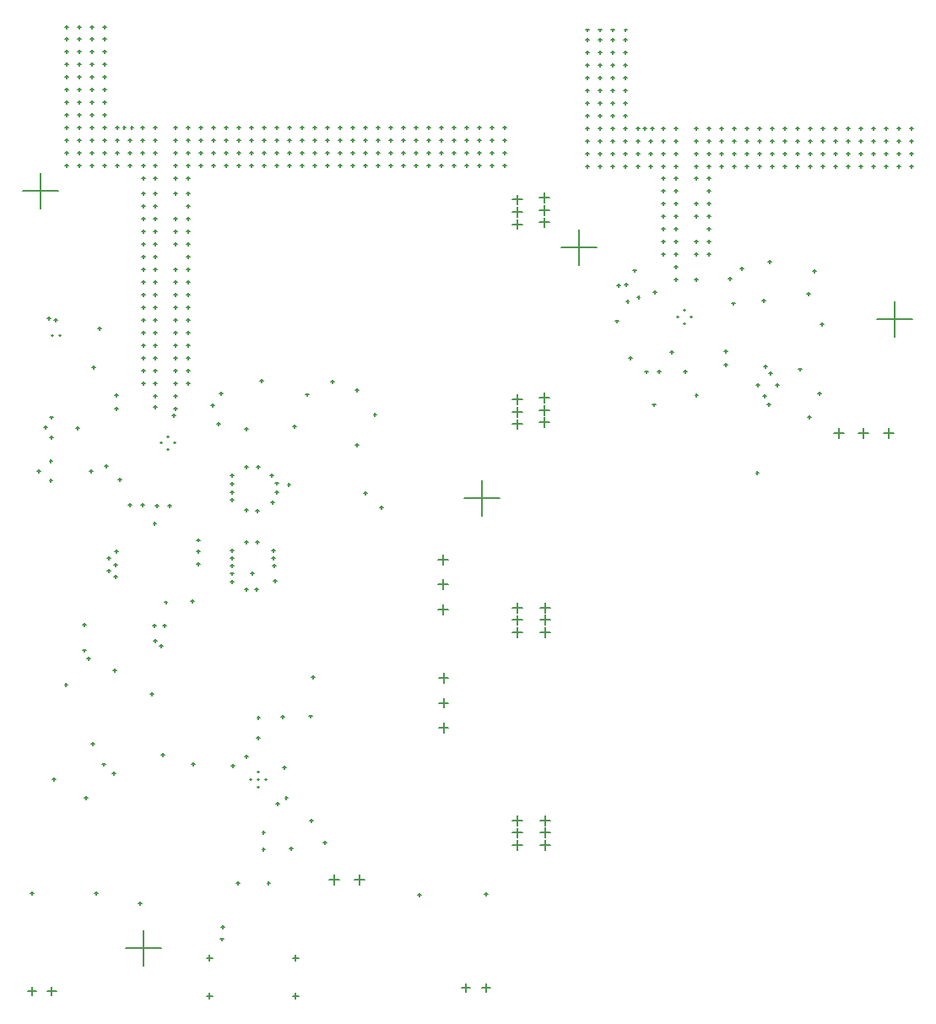
<source format=gbr>
G04*
G04 #@! TF.GenerationSoftware,Altium Limited,Altium Designer,24.10.1 (45)*
G04*
G04 Layer_Color=128*
%FSLAX44Y44*%
%MOMM*%
G71*
G04*
G04 #@! TF.SameCoordinates,58AE560C-37F5-4C9B-8F18-908462E99DB1*
G04*
G04*
G04 #@! TF.FilePolarity,Positive*
G04*
G01*
G75*
%ADD19C,0.1270*%
D19*
X20574Y842772D02*
X56134D01*
X38354Y824992D02*
Y860552D01*
X560578Y786384D02*
X596138D01*
X578358Y768604D02*
Y804164D01*
X877316Y714248D02*
X912876D01*
X895096Y696468D02*
Y732028D01*
X460680Y43600D02*
X469280D01*
X464980Y39300D02*
Y47900D01*
X480680Y43600D02*
X489280D01*
X484980Y39300D02*
Y47900D01*
X883854Y599694D02*
X893854D01*
X888854Y594694D02*
Y604694D01*
X858854Y599694D02*
X868854D01*
X863854Y594694D02*
Y604694D01*
X833854Y599694D02*
X843854D01*
X838854Y594694D02*
Y604694D01*
X538564Y610434D02*
X548564D01*
X543564Y605434D02*
Y615434D01*
X538564Y622880D02*
X548564D01*
X543564Y617880D02*
Y627880D01*
X538564Y635072D02*
X548564D01*
X543564Y630072D02*
Y640072D01*
X538814Y823468D02*
X548814D01*
X543814Y818468D02*
Y828468D01*
X538814Y835660D02*
X548814D01*
X543814Y830660D02*
Y840660D01*
X538814Y811022D02*
X548814D01*
X543814Y806022D02*
Y816022D01*
X204752Y73180D02*
X210752D01*
X207752Y70180D02*
Y76180D01*
X204752Y35180D02*
X210752D01*
X207752Y32180D02*
Y38180D01*
X291152Y35180D02*
X297152D01*
X294152Y32180D02*
Y38180D01*
X291152Y73180D02*
X297152D01*
X294152Y70180D02*
Y76180D01*
X511890Y211074D02*
X521890D01*
X516890Y206074D02*
Y216074D01*
X511890Y198882D02*
X521890D01*
X516890Y193882D02*
Y203882D01*
X511890Y186436D02*
X521890D01*
X516890Y181436D02*
Y191436D01*
X539830Y186690D02*
X549830D01*
X544830Y181690D02*
Y191690D01*
X539830Y199136D02*
X549830D01*
X544830Y194136D02*
Y204136D01*
X539830Y211328D02*
X549830D01*
X544830Y206328D02*
Y216328D01*
X511890Y424434D02*
X521890D01*
X516890Y419434D02*
Y429434D01*
X511890Y412242D02*
X521890D01*
X516890Y407242D02*
Y417242D01*
X511890Y399796D02*
X521890D01*
X516890Y394796D02*
Y404796D01*
X539830Y400050D02*
X549830D01*
X544830Y395050D02*
Y405050D01*
X539830Y412496D02*
X549830D01*
X544830Y407496D02*
Y417496D01*
X539830Y424688D02*
X549830D01*
X544830Y419688D02*
Y429688D01*
X511640Y633294D02*
X521640D01*
X516640Y628294D02*
Y638294D01*
X511640Y621102D02*
X521640D01*
X516640Y616102D02*
Y626102D01*
X511640Y608656D02*
X521640D01*
X516640Y603656D02*
Y613656D01*
X511890Y809244D02*
X521890D01*
X516890Y804244D02*
Y814244D01*
X511890Y821690D02*
X521890D01*
X516890Y816690D02*
Y826690D01*
X511890Y833882D02*
X521890D01*
X516890Y828882D02*
Y838882D01*
X463296Y534416D02*
X498856D01*
X481076Y516636D02*
Y552196D01*
X353040Y152146D02*
X363240D01*
X358140Y147046D02*
Y157246D01*
X327640Y152146D02*
X337840D01*
X332740Y147046D02*
Y157246D01*
X123698Y83566D02*
X159258D01*
X141478Y65786D02*
Y101346D01*
X437552Y354184D02*
X447552D01*
X442552Y349184D02*
Y359184D01*
X437552Y329184D02*
X447552D01*
X442552Y324184D02*
Y334184D01*
X437552Y304184D02*
X447552D01*
X442552Y299184D02*
Y309184D01*
X437044Y473056D02*
X447044D01*
X442044Y468056D02*
Y478056D01*
X437044Y448056D02*
X447044D01*
X442044Y443056D02*
Y453056D01*
X437044Y423056D02*
X447044D01*
X442044Y418056D02*
Y428056D01*
X25324Y40298D02*
X33924D01*
X29624Y35998D02*
Y44598D01*
X45324Y40298D02*
X53924D01*
X49624Y35998D02*
Y44598D01*
X218821Y92202D02*
X222123D01*
X220472Y90551D02*
Y93853D01*
X219583Y104140D02*
X222885D01*
X221234Y102489D02*
Y105791D01*
X51943Y713486D02*
X55245D01*
X53594Y711835D02*
Y715137D01*
X45339Y715010D02*
X48641D01*
X46990Y713359D02*
Y716661D01*
X49034Y698144D02*
X50534D01*
X49784Y697394D02*
Y698894D01*
X56654Y698144D02*
X58154D01*
X57404Y697394D02*
Y698894D01*
X255308Y294386D02*
X258610D01*
X256959Y292735D02*
Y296037D01*
X624459Y748792D02*
X627761D01*
X626110Y747141D02*
Y750443D01*
X636449Y736397D02*
X639751D01*
X638100Y734746D02*
Y738048D01*
X616331Y747776D02*
X619633D01*
X617982Y746125D02*
Y749427D01*
X35179Y561594D02*
X38481D01*
X36830Y559943D02*
Y563245D01*
X87249Y561340D02*
X90551D01*
X88900Y559689D02*
Y562991D01*
X152019Y625983D02*
X155321D01*
X153670Y624332D02*
Y627634D01*
X652653Y741426D02*
X655955D01*
X654304Y739775D02*
Y743077D01*
X625424Y731976D02*
X628726D01*
X627075Y730325D02*
Y733627D01*
X762127Y732790D02*
X765429D01*
X763778Y731139D02*
Y734441D01*
X731901Y729742D02*
X735203D01*
X733552Y728091D02*
Y731393D01*
X728091Y754634D02*
X731393D01*
X729742Y752983D02*
Y756285D01*
X170351Y617528D02*
X173653D01*
X172002Y615877D02*
Y619179D01*
X281176Y264289D02*
X284478D01*
X282827Y262638D02*
Y265940D01*
X110109Y258318D02*
X113411D01*
X111760Y256667D02*
Y259969D01*
X243459Y522478D02*
X246761D01*
X245110Y520827D02*
Y524129D01*
X243332Y490474D02*
X246634D01*
X244983Y488823D02*
Y492125D01*
X243459Y565912D02*
X246761D01*
X245110Y564261D02*
Y567563D01*
X254381Y490728D02*
X257683D01*
X256032Y489077D02*
Y492379D01*
X254381Y522224D02*
X257683D01*
X256032Y520573D02*
Y523875D01*
X249301Y458978D02*
X252603D01*
X250952Y457327D02*
Y460629D01*
X253238Y443103D02*
X256540D01*
X254889Y441452D02*
Y444754D01*
X151511Y391795D02*
X154813D01*
X153162Y390144D02*
Y393446D01*
X229108Y549149D02*
X232410D01*
X230759Y547498D02*
Y550800D01*
X229108Y474557D02*
X232410D01*
X230759Y472906D02*
Y476208D01*
X229108Y532562D02*
X232410D01*
X230759Y530911D02*
Y534213D01*
X229108Y466683D02*
X232410D01*
X230759Y465032D02*
Y468334D01*
X229108Y450729D02*
X232410D01*
X230759Y449078D02*
Y452380D01*
X229108Y557328D02*
X232410D01*
X230759Y555677D02*
Y558979D01*
X229108Y458809D02*
X232410D01*
X230759Y457158D02*
Y460460D01*
X229108Y482431D02*
X232410D01*
X230759Y480780D02*
Y484082D01*
X229108Y540512D02*
X232410D01*
X230759Y538861D02*
Y542163D01*
X189230Y431038D02*
X192278D01*
X190754Y429514D02*
Y432562D01*
X273990Y540817D02*
X277292D01*
X275641Y539166D02*
Y542468D01*
X269062Y530300D02*
X272363D01*
X270713Y528649D02*
Y531951D01*
X285877Y548386D02*
X289179D01*
X287528Y546735D02*
Y550037D01*
X255143Y565912D02*
X258445D01*
X256794Y564261D02*
Y567563D01*
X273939Y549402D02*
X277241D01*
X275590Y547751D02*
Y551053D01*
X270077Y474430D02*
X273379D01*
X271728Y472779D02*
Y476081D01*
X270576Y482340D02*
X273878D01*
X272227Y480689D02*
Y483991D01*
X270891Y466598D02*
X274193D01*
X272542Y464947D02*
Y468249D01*
X271653Y451866D02*
X274955D01*
X273304Y450215D02*
Y453517D01*
X268478Y557276D02*
X271780D01*
X270129Y555625D02*
Y558927D01*
X243459Y604126D02*
X246761D01*
X245110Y602475D02*
Y605777D01*
X243459Y443484D02*
X246761D01*
X245110Y441833D02*
Y445135D01*
X139903Y789432D02*
X143205D01*
X141554Y787781D02*
Y791083D01*
X152019Y776732D02*
X155321D01*
X153670Y775081D02*
Y778383D01*
X657479Y661416D02*
X660781D01*
X659130Y659765D02*
Y663067D01*
X644271Y661162D02*
X647573D01*
X645922Y659511D02*
Y662813D01*
X258445Y652018D02*
X261747D01*
X260096Y650367D02*
Y653669D01*
X329565Y651510D02*
X332867D01*
X331216Y649859D02*
Y653161D01*
X353695Y642620D02*
X356997D01*
X355346Y640969D02*
Y644271D01*
X304165Y638302D02*
X307467D01*
X305816Y636651D02*
Y639953D01*
X652145Y628142D02*
X655447D01*
X653796Y626491D02*
Y629793D01*
X372237Y618744D02*
X375539D01*
X373888Y617093D02*
Y620395D01*
X291719Y606806D02*
X295021D01*
X293370Y605155D02*
Y608457D01*
X353949Y588264D02*
X357251D01*
X355600Y586613D02*
Y589915D01*
X378333Y525526D02*
X381635D01*
X379984Y523875D02*
Y527177D01*
X483489Y137414D02*
X486791D01*
X485140Y135763D02*
Y139065D01*
X310261Y355092D02*
X313563D01*
X311912Y353441D02*
Y356743D01*
X279527Y315214D02*
X282829D01*
X281178Y313563D02*
Y316865D01*
X255397Y314452D02*
X258699D01*
X257048Y312801D02*
Y316103D01*
X307975Y211328D02*
X311277D01*
X309626Y209677D02*
Y212979D01*
X260477Y199644D02*
X263779D01*
X262128Y197993D02*
Y201295D01*
X321945Y189484D02*
X325247D01*
X323596Y187833D02*
Y191135D01*
X288163Y183134D02*
X291465D01*
X289814Y181483D02*
Y184785D01*
X260477Y182118D02*
X263779D01*
X262128Y180467D02*
Y183769D01*
X283337Y233934D02*
X286639D01*
X284988Y232283D02*
Y235585D01*
X274447Y228346D02*
X277749D01*
X276098Y226695D02*
Y229997D01*
X185039Y776732D02*
X188341D01*
X186690Y775081D02*
Y778383D01*
X172339Y764032D02*
X175641D01*
X173990Y762381D02*
Y765683D01*
X185039Y764032D02*
X188341D01*
X186690Y762381D02*
Y765683D01*
X185039Y751332D02*
X188341D01*
X186690Y749681D02*
Y752983D01*
X172339Y751332D02*
X175641D01*
X173990Y749681D02*
Y752983D01*
X172339Y738632D02*
X175641D01*
X173990Y736981D02*
Y740283D01*
X185039Y738632D02*
X188341D01*
X186690Y736981D02*
Y740283D01*
X185039Y725932D02*
X188341D01*
X186690Y724281D02*
Y727583D01*
X172339Y725932D02*
X175641D01*
X173990Y724281D02*
Y727583D01*
X172339Y713232D02*
X175641D01*
X173990Y711581D02*
Y714883D01*
X185039Y713232D02*
X188341D01*
X186690Y711581D02*
Y714883D01*
X185039Y700532D02*
X188341D01*
X186690Y698881D02*
Y702183D01*
X172339Y700532D02*
X175641D01*
X173990Y698881D02*
Y702183D01*
X152019Y700532D02*
X155321D01*
X153670Y698881D02*
Y702183D01*
X185039Y687832D02*
X188341D01*
X186690Y686181D02*
Y689483D01*
X172339Y687832D02*
X175641D01*
X173990Y686181D02*
Y689483D01*
X172339Y675132D02*
X175641D01*
X173990Y673481D02*
Y676783D01*
X185039Y662432D02*
X188341D01*
X186690Y660781D02*
Y664083D01*
X172339Y662432D02*
X175641D01*
X173990Y660781D02*
Y664083D01*
X152019Y662432D02*
X155321D01*
X153670Y660781D02*
Y664083D01*
X172339Y649732D02*
X175641D01*
X173990Y648081D02*
Y651383D01*
X217551Y639318D02*
X220853D01*
X219202Y637667D02*
Y640969D01*
X172339Y637032D02*
X175641D01*
X173990Y635381D02*
Y638683D01*
X209423Y627634D02*
X212725D01*
X211074Y625983D02*
Y629285D01*
X215519Y608838D02*
X218821D01*
X217170Y607187D02*
Y610489D01*
X185039Y675132D02*
X188341D01*
X186690Y673481D02*
Y676783D01*
X139903Y776732D02*
X143205D01*
X141554Y775081D02*
Y778383D01*
X152019Y764032D02*
X155321D01*
X153670Y762381D02*
Y765683D01*
X139903Y764032D02*
X143205D01*
X141554Y762381D02*
Y765683D01*
X152019Y751332D02*
X155321D01*
X153670Y749681D02*
Y752983D01*
X139903Y751332D02*
X143205D01*
X141554Y749681D02*
Y752983D01*
X152019Y738632D02*
X155321D01*
X153670Y736981D02*
Y740283D01*
X139903Y738632D02*
X143205D01*
X141554Y736981D02*
Y740283D01*
X152019Y725932D02*
X155321D01*
X153670Y724281D02*
Y727583D01*
X139903Y725932D02*
X143205D01*
X141554Y724281D02*
Y727583D01*
X139903Y713232D02*
X143205D01*
X141554Y711581D02*
Y714883D01*
X95885Y704850D02*
X99187D01*
X97536Y703199D02*
Y706501D01*
X139903Y700532D02*
X143205D01*
X141554Y698881D02*
Y702183D01*
X152019Y713232D02*
X155321D01*
X153670Y711581D02*
Y714883D01*
X152019Y687832D02*
X155321D01*
X153670Y686181D02*
Y689483D01*
X139903Y687832D02*
X143205D01*
X141554Y686181D02*
Y689483D01*
X152019Y675132D02*
X155321D01*
X153670Y673481D02*
Y676783D01*
X139903Y675132D02*
X143205D01*
X141554Y673481D02*
Y676783D01*
X90043Y665480D02*
X93345D01*
X91694Y663829D02*
Y667131D01*
X139903Y662432D02*
X143205D01*
X141554Y660781D02*
Y664083D01*
X152019Y649732D02*
X155321D01*
X153670Y648081D02*
Y651383D01*
X112649Y637540D02*
X115951D01*
X114300Y635889D02*
Y639191D01*
X152019Y637032D02*
X155321D01*
X153670Y635381D02*
Y638683D01*
X112395Y624332D02*
X115697D01*
X114046Y622681D02*
Y625983D01*
X41275Y605536D02*
X44577D01*
X42926Y603885D02*
Y607187D01*
X73787Y604591D02*
X77089D01*
X75438Y602940D02*
Y606242D01*
X153543Y526796D02*
X156845D01*
X155194Y525145D02*
Y528447D01*
X166243Y526796D02*
X169545D01*
X167894Y525145D02*
Y528447D01*
X160655Y406654D02*
X163957D01*
X162306Y405003D02*
Y408305D01*
X157861Y386334D02*
X161163D01*
X159512Y384683D02*
Y387985D01*
X159639Y277114D02*
X162941D01*
X161290Y275463D02*
Y278765D01*
X242951Y275844D02*
X246253D01*
X244602Y274193D02*
Y277495D01*
X189865Y267970D02*
X193167D01*
X191516Y266319D02*
Y269621D01*
X229743Y266192D02*
X233045D01*
X231394Y264541D02*
Y267843D01*
X234569Y148590D02*
X237871D01*
X236220Y146939D02*
Y150241D01*
X111379Y361696D02*
X114681D01*
X113030Y360045D02*
Y363347D01*
X62357Y347218D02*
X65659D01*
X64008Y345567D02*
Y348869D01*
X148209Y337820D02*
X151511D01*
X149860Y336169D02*
Y339471D01*
X88773Y288544D02*
X92075D01*
X90424Y286893D02*
Y290195D01*
X99949Y267462D02*
X103251D01*
X101600Y265811D02*
Y269113D01*
X49911Y252984D02*
X53213D01*
X51562Y251333D02*
Y254635D01*
X82169Y233680D02*
X85471D01*
X83820Y232029D02*
Y235331D01*
X92583Y138430D02*
X95885D01*
X94234Y136779D02*
Y140081D01*
X136525Y128524D02*
X139827D01*
X138176Y126873D02*
Y130175D01*
X80645Y381762D02*
X83947D01*
X82296Y380111D02*
Y383413D01*
X84963Y373888D02*
X88265D01*
X86614Y372237D02*
Y375539D01*
X102489Y566674D02*
X105791D01*
X104140Y565023D02*
Y568325D01*
X116389Y553495D02*
X119691D01*
X118040Y551844D02*
Y555146D01*
X126365Y528066D02*
X129667D01*
X128016Y526415D02*
Y529717D01*
X112141Y467614D02*
X115443D01*
X113792Y465963D02*
Y469265D01*
X111633Y455676D02*
X114935D01*
X113284Y454025D02*
Y457327D01*
X80391Y407924D02*
X83693D01*
X82042Y406273D02*
Y409575D01*
X139319Y528066D02*
X142621D01*
X140970Y526415D02*
Y529717D01*
X261239Y893572D02*
X264541D01*
X262890Y891921D02*
Y895223D01*
X248539Y893572D02*
X251841D01*
X250190Y891921D02*
Y895223D01*
X235839Y893572D02*
X239141D01*
X237490Y891921D02*
Y895223D01*
X223139Y893572D02*
X226441D01*
X224790Y891921D02*
Y895223D01*
X210439Y893572D02*
X213741D01*
X212090Y891921D02*
Y895223D01*
X197739Y893572D02*
X201041D01*
X199390Y891921D02*
Y895223D01*
X185039Y893572D02*
X188341D01*
X186690Y891921D02*
Y895223D01*
X172339Y893572D02*
X175641D01*
X173990Y891921D02*
Y895223D01*
X152019Y893572D02*
X155321D01*
X153670Y891921D02*
Y895223D01*
X139319Y893572D02*
X142621D01*
X140970Y891921D02*
Y895223D01*
X126619Y893572D02*
X129921D01*
X128270Y891921D02*
Y895223D01*
X113919Y893572D02*
X117221D01*
X115570Y891921D02*
Y895223D01*
X101219Y893572D02*
X104521D01*
X102870Y891921D02*
Y895223D01*
X88519Y893572D02*
X91821D01*
X90170Y891921D02*
Y895223D01*
X312039Y868172D02*
X315341D01*
X313690Y866521D02*
Y869823D01*
X299339Y893572D02*
X302641D01*
X300990Y891921D02*
Y895223D01*
X299339Y880872D02*
X302641D01*
X300990Y879221D02*
Y882523D01*
X299339Y868172D02*
X302641D01*
X300990Y866521D02*
Y869823D01*
X286639Y880872D02*
X289941D01*
X288290Y879221D02*
Y882523D01*
X286639Y868172D02*
X289941D01*
X288290Y866521D02*
Y869823D01*
X273939Y880872D02*
X277241D01*
X275590Y879221D02*
Y882523D01*
X273939Y868172D02*
X277241D01*
X275590Y866521D02*
Y869823D01*
X261239Y880872D02*
X264541D01*
X262890Y879221D02*
Y882523D01*
X261239Y868172D02*
X264541D01*
X262890Y866521D02*
Y869823D01*
X248539Y880872D02*
X251841D01*
X250190Y879221D02*
Y882523D01*
X248539Y868172D02*
X251841D01*
X250190Y866521D02*
Y869823D01*
X235839Y880872D02*
X239141D01*
X237490Y879221D02*
Y882523D01*
X235839Y868172D02*
X239141D01*
X237490Y866521D02*
Y869823D01*
X223139Y880872D02*
X226441D01*
X224790Y879221D02*
Y882523D01*
X223139Y868172D02*
X226441D01*
X224790Y866521D02*
Y869823D01*
X210439Y880872D02*
X213741D01*
X212090Y879221D02*
Y882523D01*
X210439Y868172D02*
X213741D01*
X212090Y866521D02*
Y869823D01*
X197739Y880872D02*
X201041D01*
X199390Y879221D02*
Y882523D01*
X185039Y880872D02*
X188341D01*
X186690Y879221D02*
Y882523D01*
X172339Y880872D02*
X175641D01*
X173990Y879221D02*
Y882523D01*
X152019Y880872D02*
X155321D01*
X153670Y879221D02*
Y882523D01*
X139319Y880872D02*
X142621D01*
X140970Y879221D02*
Y882523D01*
X126619Y880872D02*
X129921D01*
X128270Y879221D02*
Y882523D01*
X113919Y880872D02*
X117221D01*
X115570Y879221D02*
Y882523D01*
X101219Y880872D02*
X104521D01*
X102870Y879221D02*
Y882523D01*
X88519Y880872D02*
X91821D01*
X90170Y879221D02*
Y882523D01*
X75819Y893572D02*
X79121D01*
X77470Y891921D02*
Y895223D01*
X75819Y880872D02*
X79121D01*
X77470Y879221D02*
Y882523D01*
X75819Y868172D02*
X79121D01*
X77470Y866521D02*
Y869823D01*
X63119Y893572D02*
X66421D01*
X64770Y891921D02*
Y895223D01*
X63119Y880872D02*
X66421D01*
X64770Y879221D02*
Y882523D01*
X197739Y868172D02*
X201041D01*
X199390Y866521D02*
Y869823D01*
X185039Y868172D02*
X188341D01*
X186690Y866521D02*
Y869823D01*
X185039Y855472D02*
X188341D01*
X186690Y853821D02*
Y857123D01*
X185039Y840232D02*
X188341D01*
X186690Y838581D02*
Y841883D01*
X185039Y802132D02*
X188341D01*
X186690Y800481D02*
Y803783D01*
X185039Y814832D02*
X188341D01*
X186690Y813181D02*
Y816483D01*
X185039Y827532D02*
X188341D01*
X186690Y825881D02*
Y829183D01*
X185039Y789432D02*
X188341D01*
X186690Y787781D02*
Y791083D01*
X172339Y868172D02*
X175641D01*
X173990Y866521D02*
Y869823D01*
X172339Y855472D02*
X175641D01*
X173990Y853821D02*
Y857123D01*
X172339Y840232D02*
X175641D01*
X173990Y838581D02*
Y841883D01*
X172339Y814832D02*
X175641D01*
X173990Y813181D02*
Y816483D01*
X172339Y789432D02*
X175641D01*
X173990Y787781D02*
Y791083D01*
X172339Y802132D02*
X175641D01*
X173990Y800481D02*
Y803783D01*
X152019Y868172D02*
X155321D01*
X153670Y866521D02*
Y869823D01*
X152019Y855472D02*
X155321D01*
X153670Y853821D02*
Y857123D01*
X152019Y840232D02*
X155321D01*
X153670Y838581D02*
Y841883D01*
X152019Y827532D02*
X155321D01*
X153670Y825881D02*
Y829183D01*
X152019Y814832D02*
X155321D01*
X153670Y813181D02*
Y816483D01*
X152019Y789432D02*
X155321D01*
X153670Y787781D02*
Y791083D01*
X152019Y802132D02*
X155321D01*
X153670Y800481D02*
Y803783D01*
X139903Y868172D02*
X143205D01*
X141554Y866521D02*
Y869823D01*
X139903Y855472D02*
X143205D01*
X141554Y853821D02*
Y857123D01*
X139903Y840232D02*
X143205D01*
X141554Y838581D02*
Y841883D01*
X139903Y802132D02*
X143205D01*
X141554Y800481D02*
Y803783D01*
X139903Y814832D02*
X143205D01*
X141554Y813181D02*
Y816483D01*
X139903Y827532D02*
X143205D01*
X141554Y825881D02*
Y829183D01*
X126619Y868172D02*
X129921D01*
X128270Y866521D02*
Y869823D01*
X113919Y868172D02*
X117221D01*
X115570Y866521D02*
Y869823D01*
X101219Y868172D02*
X104521D01*
X102870Y866521D02*
Y869823D01*
X88519Y868172D02*
X91821D01*
X90170Y866521D02*
Y869823D01*
X63119Y868172D02*
X66421D01*
X64770Y866521D02*
Y869823D01*
X897763Y892556D02*
X901065D01*
X899414Y890905D02*
Y894207D01*
X910463Y892556D02*
X913765D01*
X912114Y890905D02*
Y894207D01*
X885063Y892556D02*
X888365D01*
X886714Y890905D02*
Y894207D01*
X872363Y892556D02*
X875665D01*
X874014Y890905D02*
Y894207D01*
X859663Y892556D02*
X862965D01*
X861314Y890905D02*
Y894207D01*
X846963Y892556D02*
X850265D01*
X848614Y890905D02*
Y894207D01*
X834263Y892556D02*
X837565D01*
X835914Y890905D02*
Y894207D01*
X821563Y892556D02*
X824865D01*
X823214Y890905D02*
Y894207D01*
X808863Y892556D02*
X812165D01*
X810514Y890905D02*
Y894207D01*
X910463Y879856D02*
X913765D01*
X912114Y878205D02*
Y881507D01*
X897763Y879856D02*
X901065D01*
X899414Y878205D02*
Y881507D01*
X885063Y879856D02*
X888365D01*
X886714Y878205D02*
Y881507D01*
X872363Y879856D02*
X875665D01*
X874014Y878205D02*
Y881507D01*
X859663Y879856D02*
X862965D01*
X861314Y878205D02*
Y881507D01*
X846963Y879856D02*
X850265D01*
X848614Y878205D02*
Y881507D01*
X834263Y879856D02*
X837565D01*
X835914Y878205D02*
Y881507D01*
X821563Y879856D02*
X824865D01*
X823214Y878205D02*
Y881507D01*
X796163Y892556D02*
X799465D01*
X797814Y890905D02*
Y894207D01*
X783463Y892556D02*
X786765D01*
X785114Y890905D02*
Y894207D01*
X770763Y892556D02*
X774065D01*
X772414Y890905D02*
Y894207D01*
X674243Y892556D02*
X677545D01*
X675894Y890905D02*
Y894207D01*
X758063Y892556D02*
X761365D01*
X759714Y890905D02*
Y894207D01*
X661543Y892556D02*
X664845D01*
X663194Y890905D02*
Y894207D01*
X648843Y892556D02*
X652145D01*
X650494Y890905D02*
Y894207D01*
X745363Y892556D02*
X748665D01*
X747014Y890905D02*
Y894207D01*
X719963Y892556D02*
X723265D01*
X721614Y890905D02*
Y894207D01*
X707263Y892556D02*
X710565D01*
X708914Y890905D02*
Y894207D01*
X732663Y892556D02*
X735965D01*
X734314Y890905D02*
Y894207D01*
X694563Y892556D02*
X697865D01*
X696214Y890905D02*
Y894207D01*
X808863Y879856D02*
X812165D01*
X810514Y878205D02*
Y881507D01*
X796163Y879856D02*
X799465D01*
X797814Y878205D02*
Y881507D01*
X783463Y879856D02*
X786765D01*
X785114Y878205D02*
Y881507D01*
X770763Y879856D02*
X774065D01*
X772414Y878205D02*
Y881507D01*
X648843Y879856D02*
X652145D01*
X650494Y878205D02*
Y881507D01*
X732663Y879856D02*
X735965D01*
X734314Y878205D02*
Y881507D01*
X719963Y879856D02*
X723265D01*
X721614Y878205D02*
Y881507D01*
X674243Y879856D02*
X677545D01*
X675894Y878205D02*
Y881507D01*
X758063Y879856D02*
X761365D01*
X759714Y878205D02*
Y881507D01*
X745363Y879856D02*
X748665D01*
X747014Y878205D02*
Y881507D01*
X707263Y879856D02*
X710565D01*
X708914Y878205D02*
Y881507D01*
X694563Y879856D02*
X697865D01*
X696214Y878205D02*
Y881507D01*
X707263Y867664D02*
X710565D01*
X708914Y866013D02*
Y869315D01*
X834263Y867156D02*
X837565D01*
X835914Y865505D02*
Y868807D01*
X846963Y867156D02*
X850265D01*
X848614Y865505D02*
Y868807D01*
X783463Y867156D02*
X786765D01*
X785114Y865505D02*
Y868807D01*
X897763Y867156D02*
X901065D01*
X899414Y865505D02*
Y868807D01*
X796163Y867156D02*
X799465D01*
X797814Y865505D02*
Y868807D01*
X910463Y867156D02*
X913765D01*
X912114Y865505D02*
Y868807D01*
X770763Y867156D02*
X774065D01*
X772414Y865505D02*
Y868807D01*
X821563Y867156D02*
X824865D01*
X823214Y865505D02*
Y868807D01*
X859663Y867156D02*
X862965D01*
X861314Y865505D02*
Y868807D01*
X872363Y867156D02*
X875665D01*
X874014Y865505D02*
Y868807D01*
X808863Y867156D02*
X812165D01*
X810514Y865505D02*
Y868807D01*
X745363Y867156D02*
X748665D01*
X747014Y865505D02*
Y868807D01*
X758063Y867156D02*
X761365D01*
X759714Y865505D02*
Y868807D01*
X885063Y867156D02*
X888365D01*
X886714Y865505D02*
Y868807D01*
X732663Y867156D02*
X735965D01*
X734314Y865505D02*
Y868807D01*
X719963Y867156D02*
X723265D01*
X721614Y865505D02*
Y868807D01*
X694563Y867156D02*
X697865D01*
X696214Y865505D02*
Y868807D01*
X707263Y855472D02*
X710565D01*
X708914Y853821D02*
Y857123D01*
X694563Y855472D02*
X697865D01*
X696214Y853821D02*
Y857123D01*
X707263Y842772D02*
X710565D01*
X708914Y841121D02*
Y844423D01*
X707263Y830072D02*
X710565D01*
X708914Y828421D02*
Y831723D01*
X694563Y830072D02*
X697865D01*
X696214Y828421D02*
Y831723D01*
X707263Y817372D02*
X710565D01*
X708914Y815721D02*
Y819023D01*
X694563Y817372D02*
X697865D01*
X696214Y815721D02*
Y819023D01*
X707263Y804672D02*
X710565D01*
X708914Y803021D02*
Y806323D01*
X707263Y791972D02*
X710565D01*
X708914Y790321D02*
Y793623D01*
X694563Y791972D02*
X697865D01*
X696214Y790321D02*
Y793623D01*
X674243Y817372D02*
X677545D01*
X675894Y815721D02*
Y819023D01*
X674243Y842772D02*
X677545D01*
X675894Y841121D02*
Y844423D01*
X674243Y791972D02*
X677545D01*
X675894Y790321D02*
Y793623D01*
X674243Y867156D02*
X677545D01*
X675894Y865505D02*
Y868807D01*
X674243Y804672D02*
X677545D01*
X675894Y803021D02*
Y806323D01*
X674243Y830072D02*
X677545D01*
X675894Y828421D02*
Y831723D01*
X674243Y855472D02*
X677545D01*
X675894Y853821D02*
Y857123D01*
X661543Y879856D02*
X664845D01*
X663194Y878205D02*
Y881507D01*
X661543Y804672D02*
X664845D01*
X663194Y803021D02*
Y806323D01*
X661543Y817372D02*
X664845D01*
X663194Y815721D02*
Y819023D01*
X661543Y867156D02*
X664845D01*
X663194Y865505D02*
Y868807D01*
X661543Y791972D02*
X664845D01*
X663194Y790321D02*
Y793623D01*
X661543Y830072D02*
X664845D01*
X663194Y828421D02*
Y831723D01*
X661543Y855472D02*
X664845D01*
X663194Y853821D02*
Y857123D01*
X661543Y842772D02*
X664845D01*
X663194Y841121D02*
Y844423D01*
X648843Y867156D02*
X652145D01*
X650494Y865505D02*
Y868807D01*
X451739Y868172D02*
X455041D01*
X453390Y866521D02*
Y869823D01*
X439039Y868172D02*
X442341D01*
X440690Y866521D02*
Y869823D01*
X426339Y868172D02*
X429641D01*
X427990Y866521D02*
Y869823D01*
X413639Y868172D02*
X416941D01*
X415290Y866521D02*
Y869823D01*
X400939Y868172D02*
X404241D01*
X402590Y866521D02*
Y869823D01*
X388239Y868172D02*
X391541D01*
X389890Y866521D02*
Y869823D01*
X375539Y868172D02*
X378841D01*
X377190Y866521D02*
Y869823D01*
X362839Y868172D02*
X366141D01*
X364490Y866521D02*
Y869823D01*
X350139Y868172D02*
X353441D01*
X351790Y866521D02*
Y869823D01*
X337439Y868172D02*
X340741D01*
X339090Y866521D02*
Y869823D01*
X324739Y868172D02*
X328041D01*
X326390Y866521D02*
Y869823D01*
X623443Y879856D02*
X626745D01*
X625094Y878205D02*
Y881507D01*
X636143Y879856D02*
X639445D01*
X637794Y878205D02*
Y881507D01*
X636143Y867156D02*
X639445D01*
X637794Y865505D02*
Y868807D01*
X502539Y893572D02*
X505841D01*
X504190Y891921D02*
Y895223D01*
X400939Y893572D02*
X404241D01*
X402590Y891921D02*
Y895223D01*
X388239Y893572D02*
X391541D01*
X389890Y891921D02*
Y895223D01*
X375539Y893572D02*
X378841D01*
X377190Y891921D02*
Y895223D01*
X286639Y893572D02*
X289941D01*
X288290Y891921D02*
Y895223D01*
X273939Y893572D02*
X277241D01*
X275590Y891921D02*
Y895223D01*
X636143Y892556D02*
X639445D01*
X637794Y890905D02*
Y894207D01*
X623443Y892556D02*
X626745D01*
X625094Y890905D02*
Y894207D01*
X610743Y892556D02*
X614045D01*
X612394Y890905D02*
Y894207D01*
X598043Y892556D02*
X601345D01*
X599694Y890905D02*
Y894207D01*
X585343Y892556D02*
X588645D01*
X586994Y890905D02*
Y894207D01*
X502539Y880872D02*
X505841D01*
X504190Y879221D02*
Y882523D01*
X489839Y893572D02*
X493141D01*
X491490Y891921D02*
Y895223D01*
X489839Y880872D02*
X493141D01*
X491490Y879221D02*
Y882523D01*
X477139Y893572D02*
X480441D01*
X478790Y891921D02*
Y895223D01*
X477139Y880872D02*
X480441D01*
X478790Y879221D02*
Y882523D01*
X464439Y893572D02*
X467741D01*
X466090Y891921D02*
Y895223D01*
X464439Y880872D02*
X467741D01*
X466090Y879221D02*
Y882523D01*
X451739Y893572D02*
X455041D01*
X453390Y891921D02*
Y895223D01*
X439039Y893572D02*
X442341D01*
X440690Y891921D02*
Y895223D01*
X439039Y880872D02*
X442341D01*
X440690Y879221D02*
Y882523D01*
X426339Y893572D02*
X429641D01*
X427990Y891921D02*
Y895223D01*
X426339Y880872D02*
X429641D01*
X427990Y879221D02*
Y882523D01*
X413639Y893572D02*
X416941D01*
X415290Y891921D02*
Y895223D01*
X413639Y880872D02*
X416941D01*
X415290Y879221D02*
Y882523D01*
X400939Y880872D02*
X404241D01*
X402590Y879221D02*
Y882523D01*
X388239Y880872D02*
X391541D01*
X389890Y879221D02*
Y882523D01*
X375539Y880872D02*
X378841D01*
X377190Y879221D02*
Y882523D01*
X362839Y893572D02*
X366141D01*
X364490Y891921D02*
Y895223D01*
X362839Y880872D02*
X366141D01*
X364490Y879221D02*
Y882523D01*
X350139Y893572D02*
X353441D01*
X351790Y891921D02*
Y895223D01*
X350139Y880872D02*
X353441D01*
X351790Y879221D02*
Y882523D01*
X337439Y893572D02*
X340741D01*
X339090Y891921D02*
Y895223D01*
X337439Y880872D02*
X340741D01*
X339090Y879221D02*
Y882523D01*
X324739Y893572D02*
X328041D01*
X326390Y891921D02*
Y895223D01*
X324739Y880872D02*
X328041D01*
X326390Y879221D02*
Y882523D01*
X312039Y893572D02*
X315341D01*
X313690Y891921D02*
Y895223D01*
X312039Y880872D02*
X315341D01*
X313690Y879221D02*
Y882523D01*
X489839Y868172D02*
X493141D01*
X491490Y866521D02*
Y869823D01*
X477139Y868172D02*
X480441D01*
X478790Y866521D02*
Y869823D01*
X464439Y868172D02*
X467741D01*
X466090Y866521D02*
Y869823D01*
X451739Y880872D02*
X455041D01*
X453390Y879221D02*
Y882523D01*
X502539Y868172D02*
X505841D01*
X504190Y866521D02*
Y869823D01*
X623443Y867156D02*
X626745D01*
X625094Y865505D02*
Y868807D01*
X610743Y867156D02*
X614045D01*
X612394Y865505D02*
Y868807D01*
X610743Y879856D02*
X614045D01*
X612394Y878205D02*
Y881507D01*
X598043Y867156D02*
X601345D01*
X599694Y865505D02*
Y868807D01*
X598043Y879856D02*
X601345D01*
X599694Y878205D02*
Y881507D01*
X585343Y879856D02*
X588645D01*
X586994Y878205D02*
Y881507D01*
X585343Y867156D02*
X588645D01*
X586994Y865505D02*
Y868807D01*
X724027Y668274D02*
X727329D01*
X725678Y666623D02*
Y669925D01*
X763952Y667004D02*
X767254D01*
X765603Y665353D02*
Y668655D01*
X798449Y663702D02*
X801751D01*
X800100Y662051D02*
Y665353D01*
X661543Y779272D02*
X664845D01*
X663194Y777621D02*
Y780923D01*
X683387Y661416D02*
X686689D01*
X685038Y659765D02*
Y663067D01*
X768985Y660146D02*
X772287D01*
X770636Y658495D02*
Y661797D01*
X818007Y639318D02*
X821309D01*
X819658Y637667D02*
Y640969D01*
X694817Y637540D02*
X698119D01*
X696468Y635889D02*
Y639191D01*
X762635Y636778D02*
X765937D01*
X764286Y635127D02*
Y638429D01*
X767207Y628904D02*
X770509D01*
X768858Y627253D02*
Y630555D01*
X755777Y559816D02*
X759079D01*
X757428Y558165D02*
Y561467D01*
X632841Y762762D02*
X636143D01*
X634492Y761111D02*
Y764413D01*
X674243Y779272D02*
X677545D01*
X675894Y777621D02*
Y780923D01*
X614553Y711962D02*
X617855D01*
X616204Y710311D02*
Y713613D01*
X669925Y680720D02*
X673227D01*
X671576Y679069D02*
Y682371D01*
X628269Y675132D02*
X631571D01*
X629920Y673481D02*
Y676783D01*
X694563Y779272D02*
X697865D01*
X696214Y777621D02*
Y780923D01*
X767969Y771398D02*
X771271D01*
X769620Y769747D02*
Y773049D01*
X740283Y764794D02*
X743585D01*
X741934Y763143D02*
Y766445D01*
X812673Y762508D02*
X815975D01*
X814324Y760857D02*
Y764159D01*
X707263Y779272D02*
X710565D01*
X708914Y777621D02*
Y780923D01*
X807085Y739648D02*
X810387D01*
X808736Y737997D02*
Y741299D01*
X820801Y708660D02*
X824103D01*
X822452Y707009D02*
Y710311D01*
X723773Y681736D02*
X727075D01*
X725424Y680085D02*
Y683387D01*
X47625Y595376D02*
X50927D01*
X49276Y593725D02*
Y597027D01*
X47879Y615442D02*
X51181D01*
X49530Y613791D02*
Y617093D01*
X47117Y552450D02*
X50419D01*
X48768Y550799D02*
Y554101D01*
X47117Y571500D02*
X50419D01*
X48768Y569849D02*
Y573151D01*
X105029Y474726D02*
X108331D01*
X106680Y473075D02*
Y476377D01*
X195072Y492506D02*
X198120D01*
X196596Y490982D02*
Y494030D01*
X195072Y468630D02*
X198120D01*
X196596Y467106D02*
Y470154D01*
X195072Y481076D02*
X198120D01*
X196596Y479552D02*
Y482600D01*
X105283Y462026D02*
X108585D01*
X106934Y460375D02*
Y463677D01*
X162560Y430022D02*
X165608D01*
X164084Y428498D02*
Y431546D01*
X112395Y481584D02*
X115697D01*
X114046Y479933D02*
Y483235D01*
X151257Y509016D02*
X154559D01*
X152908Y507365D02*
Y510667D01*
X151003Y406654D02*
X154305D01*
X152654Y405003D02*
Y408305D01*
X362331Y539750D02*
X365633D01*
X363982Y538099D02*
Y541401D01*
X756285Y647700D02*
X759587D01*
X757936Y646049D02*
Y649351D01*
X101219Y1007110D02*
X104521D01*
X102870Y1005459D02*
Y1008761D01*
X88519Y1007110D02*
X91821D01*
X90170Y1005459D02*
Y1008761D01*
X75819Y1007110D02*
X79121D01*
X77470Y1005459D02*
Y1008761D01*
X63119Y1007110D02*
X66421D01*
X64770Y1005459D02*
Y1008761D01*
X312039Y906272D02*
X315341D01*
X313690Y904621D02*
Y907923D01*
X324739Y906272D02*
X328041D01*
X326390Y904621D02*
Y907923D01*
X337439Y906272D02*
X340741D01*
X339090Y904621D02*
Y907923D01*
X350139Y906272D02*
X353441D01*
X351790Y904621D02*
Y907923D01*
X362839Y906272D02*
X366141D01*
X364490Y904621D02*
Y907923D01*
X375539Y906272D02*
X378841D01*
X377190Y904621D02*
Y907923D01*
X388239Y906272D02*
X391541D01*
X389890Y904621D02*
Y907923D01*
X400939Y906272D02*
X404241D01*
X402590Y904621D02*
Y907923D01*
X413639Y906272D02*
X416941D01*
X415290Y904621D02*
Y907923D01*
X426339Y906272D02*
X429641D01*
X427990Y904621D02*
Y907923D01*
X439039Y906272D02*
X442341D01*
X440690Y904621D02*
Y907923D01*
X451739Y906272D02*
X455041D01*
X453390Y904621D02*
Y907923D01*
X464439Y906272D02*
X467741D01*
X466090Y904621D02*
Y907923D01*
X477139Y906272D02*
X480441D01*
X478790Y904621D02*
Y907923D01*
X489839Y906272D02*
X493141D01*
X491490Y904621D02*
Y907923D01*
X502539Y906272D02*
X505841D01*
X504190Y904621D02*
Y907923D01*
X63119Y906526D02*
X66421D01*
X64770Y904875D02*
Y908177D01*
X63119Y919226D02*
X66421D01*
X64770Y917575D02*
Y920877D01*
X63119Y931926D02*
X66421D01*
X64770Y930275D02*
Y933577D01*
X63119Y970026D02*
X66421D01*
X64770Y968375D02*
Y971677D01*
X63119Y995426D02*
X66421D01*
X64770Y993775D02*
Y997077D01*
X63119Y982726D02*
X66421D01*
X64770Y981075D02*
Y984377D01*
X63119Y957326D02*
X66421D01*
X64770Y955675D02*
Y958977D01*
X63119Y944626D02*
X66421D01*
X64770Y942975D02*
Y946277D01*
X75819Y919226D02*
X79121D01*
X77470Y917575D02*
Y920877D01*
X75819Y931926D02*
X79121D01*
X77470Y930275D02*
Y933577D01*
X75819Y995426D02*
X79121D01*
X77470Y993775D02*
Y997077D01*
X75819Y982726D02*
X79121D01*
X77470Y981075D02*
Y984377D01*
X75819Y970026D02*
X79121D01*
X77470Y968375D02*
Y971677D01*
X75819Y957326D02*
X79121D01*
X77470Y955675D02*
Y958977D01*
X75819Y944626D02*
X79121D01*
X77470Y942975D02*
Y946277D01*
X88519Y906526D02*
X91821D01*
X90170Y904875D02*
Y908177D01*
X75819Y906526D02*
X79121D01*
X77470Y904875D02*
Y908177D01*
X101219Y906526D02*
X104521D01*
X102870Y904875D02*
Y908177D01*
X113919Y906526D02*
X117221D01*
X115570Y904875D02*
Y908177D01*
X120777Y906526D02*
X124079D01*
X122428Y904875D02*
Y908177D01*
X128397Y906526D02*
X131699D01*
X130048Y904875D02*
Y908177D01*
X172339Y906272D02*
X175641D01*
X173990Y904621D02*
Y907923D01*
X185039Y906272D02*
X188341D01*
X186690Y904621D02*
Y907923D01*
X197739Y906272D02*
X201041D01*
X199390Y904621D02*
Y907923D01*
X210439Y906272D02*
X213741D01*
X212090Y904621D02*
Y907923D01*
X223139Y906272D02*
X226441D01*
X224790Y904621D02*
Y907923D01*
X235839Y906272D02*
X239141D01*
X237490Y904621D02*
Y907923D01*
X248539Y906272D02*
X251841D01*
X250190Y904621D02*
Y907923D01*
X261239Y906272D02*
X264541D01*
X262890Y904621D02*
Y907923D01*
X273939Y906272D02*
X277241D01*
X275590Y904621D02*
Y907923D01*
X286639Y906272D02*
X289941D01*
X288290Y904621D02*
Y907923D01*
X299339Y906272D02*
X302641D01*
X300990Y904621D02*
Y907923D01*
X88519Y919226D02*
X91821D01*
X90170Y917575D02*
Y920877D01*
X88519Y931926D02*
X91821D01*
X90170Y930275D02*
Y933577D01*
X88519Y995426D02*
X91821D01*
X90170Y993775D02*
Y997077D01*
X88519Y944626D02*
X91821D01*
X90170Y942975D02*
Y946277D01*
X88519Y970026D02*
X91821D01*
X90170Y968375D02*
Y971677D01*
X88519Y957326D02*
X91821D01*
X90170Y955675D02*
Y958977D01*
X88519Y982726D02*
X91821D01*
X90170Y981075D02*
Y984377D01*
X101219Y919226D02*
X104521D01*
X102870Y917575D02*
Y920877D01*
X101219Y931926D02*
X104521D01*
X102870Y930275D02*
Y933577D01*
X101219Y944626D02*
X104521D01*
X102870Y942975D02*
Y946277D01*
X101219Y957326D02*
X104521D01*
X102870Y955675D02*
Y958977D01*
X101219Y970026D02*
X104521D01*
X102870Y968375D02*
Y971677D01*
X101219Y982726D02*
X104521D01*
X102870Y981075D02*
Y984377D01*
X101219Y995426D02*
X104521D01*
X102870Y993775D02*
Y997077D01*
X139319Y906526D02*
X142621D01*
X140970Y904875D02*
Y908177D01*
X152019Y906526D02*
X155321D01*
X153670Y904875D02*
Y908177D01*
X683434Y709996D02*
X684958D01*
X684196Y709234D02*
Y710758D01*
X689934Y716496D02*
X691458D01*
X690696Y715734D02*
Y717258D01*
X683434Y722996D02*
X684958D01*
X684196Y722234D02*
Y723758D01*
X676934Y716496D02*
X678458D01*
X677696Y715734D02*
Y717258D01*
X694563Y753872D02*
X697865D01*
X696214Y752221D02*
Y755523D01*
X674243Y753872D02*
X677545D01*
X675894Y752221D02*
Y755523D01*
X674243Y766572D02*
X677545D01*
X675894Y764921D02*
Y768223D01*
X807847Y615950D02*
X811149D01*
X809498Y614299D02*
Y617601D01*
X775335Y647700D02*
X778637D01*
X776986Y646049D02*
Y649351D01*
X598043Y981710D02*
X601345D01*
X599694Y980059D02*
Y983361D01*
X598043Y994410D02*
X601345D01*
X599694Y992759D02*
Y996061D01*
X585343Y994410D02*
X588645D01*
X586994Y992759D02*
Y996061D01*
X610743Y994410D02*
X614045D01*
X612394Y992759D02*
Y996061D01*
X610743Y981710D02*
X614045D01*
X612394Y980059D02*
Y983361D01*
X623443Y994410D02*
X626745D01*
X625094Y992759D02*
Y996061D01*
X623443Y981710D02*
X626745D01*
X625094Y980059D02*
Y983361D01*
X585343Y981710D02*
X588645D01*
X586994Y980059D02*
Y983361D01*
X636143Y905510D02*
X639445D01*
X637794Y903859D02*
Y907161D01*
X585343Y905510D02*
X588645D01*
X586994Y903859D02*
Y907161D01*
X585343Y918210D02*
X588645D01*
X586994Y916559D02*
Y919861D01*
X598043Y905510D02*
X601345D01*
X599694Y903859D02*
Y907161D01*
X610743Y905510D02*
X614045D01*
X612394Y903859D02*
Y907161D01*
X623443Y905510D02*
X626745D01*
X625094Y903859D02*
Y907161D01*
X643001Y905510D02*
X646303D01*
X644652Y903859D02*
Y907161D01*
X585343Y969010D02*
X588645D01*
X586994Y967359D02*
Y970661D01*
X585343Y930910D02*
X588645D01*
X586994Y929259D02*
Y932561D01*
X585343Y943610D02*
X588645D01*
X586994Y941959D02*
Y945261D01*
X585343Y956310D02*
X588645D01*
X586994Y954659D02*
Y957961D01*
X598043Y969010D02*
X601345D01*
X599694Y967359D02*
Y970661D01*
X610743Y918210D02*
X614045D01*
X612394Y916559D02*
Y919861D01*
X610743Y930910D02*
X614045D01*
X612394Y929259D02*
Y932561D01*
X610743Y943610D02*
X614045D01*
X612394Y941959D02*
Y945261D01*
X610743Y956310D02*
X614045D01*
X612394Y954659D02*
Y957961D01*
X610743Y969010D02*
X614045D01*
X612394Y967359D02*
Y970661D01*
X623443Y930910D02*
X626745D01*
X625094Y929259D02*
Y932561D01*
X623443Y943610D02*
X626745D01*
X625094Y941959D02*
Y945261D01*
X623443Y969010D02*
X626745D01*
X625094Y967359D02*
Y970661D01*
X623443Y918210D02*
X626745D01*
X625094Y916559D02*
Y919861D01*
X598043Y918210D02*
X601345D01*
X599694Y916559D02*
Y919861D01*
X598043Y930910D02*
X601345D01*
X599694Y929259D02*
Y932561D01*
X598043Y943610D02*
X601345D01*
X599694Y941959D02*
Y945261D01*
X598043Y956310D02*
X601345D01*
X599694Y954659D02*
Y957961D01*
X623443Y956310D02*
X626745D01*
X625094Y954659D02*
Y957961D01*
X796163Y905256D02*
X799465D01*
X797814Y903605D02*
Y906907D01*
X808863Y905256D02*
X812165D01*
X810514Y903605D02*
Y906907D01*
X821563Y905256D02*
X824865D01*
X823214Y903605D02*
Y906907D01*
X834263Y905256D02*
X837565D01*
X835914Y903605D02*
Y906907D01*
X846963Y905256D02*
X850265D01*
X848614Y903605D02*
Y906907D01*
X859663Y905256D02*
X862965D01*
X861314Y903605D02*
Y906907D01*
X897763Y905256D02*
X901065D01*
X899414Y903605D02*
Y906907D01*
X872363Y905256D02*
X875665D01*
X874014Y903605D02*
Y906907D01*
X885063Y905256D02*
X888365D01*
X886714Y903605D02*
Y906907D01*
X910463Y905256D02*
X913765D01*
X912114Y903605D02*
Y906907D01*
X707263Y905256D02*
X710565D01*
X708914Y903605D02*
Y906907D01*
X585343Y1004062D02*
X588645D01*
X586994Y1002411D02*
Y1005713D01*
X598043Y1004062D02*
X601345D01*
X599694Y1002411D02*
Y1005713D01*
X610743Y1004062D02*
X614045D01*
X612394Y1002411D02*
Y1005713D01*
X623697Y1004062D02*
X626999D01*
X625348Y1002411D02*
Y1005713D01*
X694563Y905256D02*
X697865D01*
X696214Y903605D02*
Y906907D01*
X758063Y905256D02*
X761365D01*
X759714Y903605D02*
Y906907D01*
X732663Y905256D02*
X735965D01*
X734314Y903605D02*
Y906907D01*
X719963Y905256D02*
X723265D01*
X721614Y903605D02*
Y906907D01*
X745363Y905256D02*
X748665D01*
X747014Y903605D02*
Y906907D01*
X770763Y905256D02*
X774065D01*
X772414Y903605D02*
Y906907D01*
X783463Y905256D02*
X786765D01*
X785114Y903605D02*
Y906907D01*
X674243Y905510D02*
X677545D01*
X675894Y903859D02*
Y907161D01*
X661543Y905510D02*
X664845D01*
X663194Y903859D02*
Y907161D01*
X650621Y905510D02*
X653923D01*
X652272Y903859D02*
Y907161D01*
X185039Y649732D02*
X188341D01*
X186690Y648081D02*
Y651383D01*
X139903Y649732D02*
X143205D01*
X141554Y648081D02*
Y651383D01*
X172339Y624332D02*
X175641D01*
X173990Y622681D02*
Y625983D01*
X265557Y148336D02*
X268859D01*
X267208Y146685D02*
Y149987D01*
X27813Y138430D02*
X31115D01*
X29464Y136779D02*
Y140081D01*
X416687Y136652D02*
X419989D01*
X418338Y135001D02*
Y138303D01*
X307848Y315722D02*
X310896D01*
X309372Y314198D02*
Y317246D01*
X165316Y583702D02*
X166840D01*
X166078Y582940D02*
Y584464D01*
X171816Y590202D02*
X173340D01*
X172578Y589440D02*
Y590964D01*
X165316Y596702D02*
X166840D01*
X166078Y595940D02*
Y597464D01*
X158816Y590202D02*
X160340D01*
X159578Y589440D02*
Y590964D01*
X255778Y244990D02*
X257302D01*
X256540Y244228D02*
Y245752D01*
X248028Y252740D02*
X249552D01*
X248790Y251978D02*
Y253502D01*
X255778Y260490D02*
X257302D01*
X256540Y259728D02*
Y261252D01*
X263528Y252740D02*
X265052D01*
X264290Y251978D02*
Y253502D01*
X255778Y252740D02*
X257302D01*
X256540Y251978D02*
Y253502D01*
M02*

</source>
